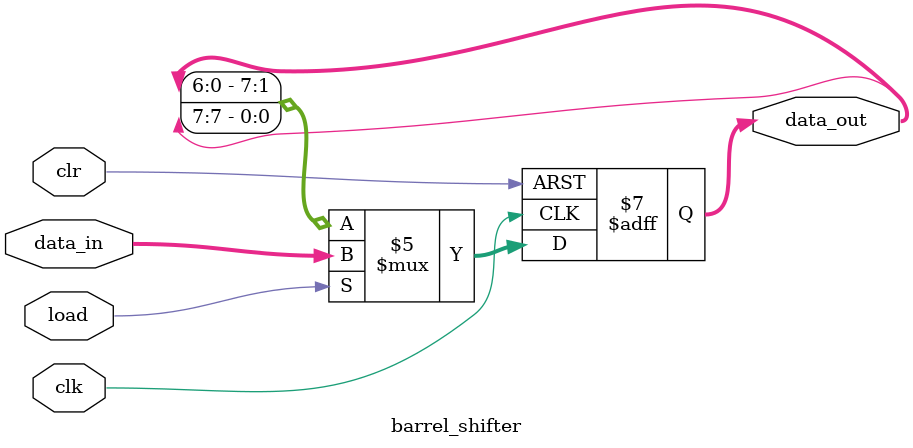
<source format=v>
module barrel_shifter(
    output reg [7:0] data_out,
    input [7:0] data_in,
    input load, clk, clr
);

always @ (posedge clr or posedge clk)
begin
    if(clr == 1'b1)
        data_out = 8'b0;
    else if (load == 1'b1)
        data_out <= data_in;
    else 
        data_out <= {data_out[6:0], data_out[7]};
end
endmodule
</source>
